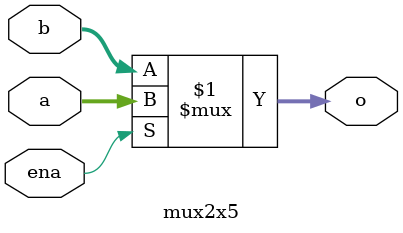
<source format=v>
`timescale 1ns / 1ps


module mux2x5(
    input [4:0]a,
    input [4:0]b,
    input ena,
    output [4:0]o
    );
    assign o=ena?a:b;
endmodule

</source>
